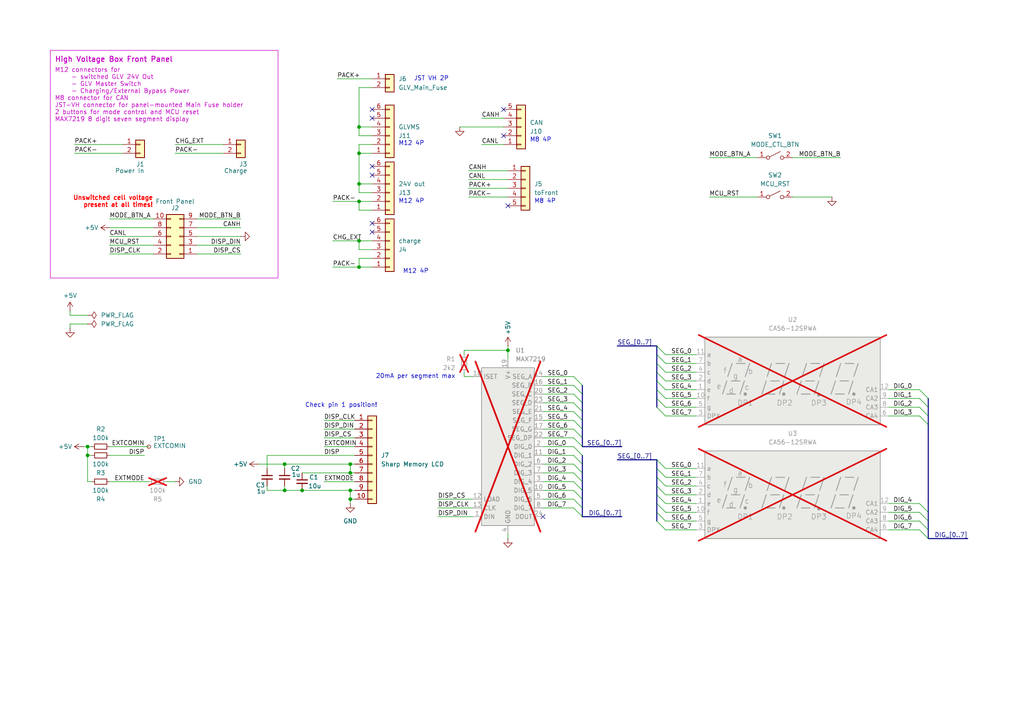
<source format=kicad_sch>
(kicad_sch (version 20231120) (generator "eeschema") (generator_version "8.0")
  (paper "A4")
  (lib_symbols
    (symbol "Connector:TestPoint_Small" (pin_numbers hide) (pin_names (offset 0.762) hide)
      (property "Reference" "TP" (at 0 3.81 0))
      (property "Value" "TestPoint_Small" (at 0 2.032 0))
      (symbol "TestPoint_Small_0_1"
        (circle (center 0 0) (radius 0.508))
      )
      (symbol "TestPoint_Small_1_1"
        (pin passive line (at 0 0 90) (length 0) (name "1") (number "1"))
      )
    )
    (symbol "Connector_Generic:Conn_01x02" (pin_names (offset 1.016) hide)
      (property "Reference" "J" (at 0 2.54 0))
      (property "Value" "Conn_01x02" (at 0 -5.08 0))
      (symbol "Conn_01x02_1_1"
        (rectangle (start -1.27 -2.413) (end 0 -2.667) (stroke (width 0.1524)))
        (rectangle (start -1.27 0.127) (end 0 -0.127) (stroke (width 0.1524)))
        (rectangle (start -1.27 1.27) (end 1.27 -3.81) (stroke (width 0.254)) (fill (type background)))
        (pin passive line (at -5.08 0 0) (length 3.81) (name "Pin_1") (number "1"))
        (pin passive line (at -5.08 -2.54 0) (length 3.81) (name "Pin_2") (number "2"))
      )
    )
    (symbol "Connector_Generic:Conn_01x05" (pin_names (offset 1.016) hide)
      (property "Reference" "J" (at 0 7.62 0))
      (property "Value" "Conn_01x05" (at 0 -7.62 0))
      (symbol "Conn_01x05_1_1"
        (rectangle (start -1.27 -4.953) (end 0 -5.207) (stroke (width 0.1524)))
        (rectangle (start -1.27 -2.413) (end 0 -2.667) (stroke (width 0.1524)))
        (rectangle (start -1.27 0.127) (end 0 -0.127) (stroke (width 0.1524)))
        (rectangle (start -1.27 2.667) (end 0 2.413) (stroke (width 0.1524)))
        (rectangle (start -1.27 5.207) (end 0 4.953) (stroke (width 0.1524)))
        (rectangle (start -1.27 6.35) (end 1.27 -6.35) (stroke (width 0.254)) (fill (type background)))
        (pin passive line (at -5.08 5.08 0) (length 3.81) (name "Pin_1") (number "1"))
        (pin passive line (at -5.08 2.54 0) (length 3.81) (name "Pin_2") (number "2"))
        (pin passive line (at -5.08 0 0) (length 3.81) (name "Pin_3") (number "3"))
        (pin passive line (at -5.08 -2.54 0) (length 3.81) (name "Pin_4") (number "4"))
        (pin passive line (at -5.08 -5.08 0) (length 3.81) (name "Pin_5") (number "5"))
      )
    )
    (symbol "Connector_Generic:Conn_01x10" (pin_names (offset 1.016) hide)
      (property "Reference" "J" (at 0 12.7 0))
      (property "Value" "Conn_01x10" (at 0 -15.24 0))
      (symbol "Conn_01x10_1_1"
        (rectangle (start -1.27 -12.573) (end 0 -12.827) (stroke (width 0.1524)))
        (rectangle (start -1.27 -10.033) (end 0 -10.287) (stroke (width 0.1524)))
        (rectangle (start -1.27 -7.493) (end 0 -7.747) (stroke (width 0.1524)))
        (rectangle (start -1.27 -4.953) (end 0 -5.207) (stroke (width 0.1524)))
        (rectangle (start -1.27 -2.413) (end 0 -2.667) (stroke (width 0.1524)))
        (rectangle (start -1.27 0.127) (end 0 -0.127) (stroke (width 0.1524)))
        (rectangle (start -1.27 2.667) (end 0 2.413) (stroke (width 0.1524)))
        (rectangle (start -1.27 5.207) (end 0 4.953) (stroke (width 0.1524)))
        (rectangle (start -1.27 7.747) (end 0 7.493) (stroke (width 0.1524)))
        (rectangle (start -1.27 10.287) (end 0 10.033) (stroke (width 0.1524)))
        (rectangle (start -1.27 11.43) (end 1.27 -13.97) (stroke (width 0.254)) (fill (type background)))
        (pin passive line (at -5.08 10.16 0) (length 3.81) (name "Pin_1") (number "1"))
        (pin passive line (at -5.08 -12.7 0) (length 3.81) (name "Pin_10") (number "10"))
        (pin passive line (at -5.08 7.62 0) (length 3.81) (name "Pin_2") (number "2"))
        (pin passive line (at -5.08 5.08 0) (length 3.81) (name "Pin_3") (number "3"))
        (pin passive line (at -5.08 2.54 0) (length 3.81) (name "Pin_4") (number "4"))
        (pin passive line (at -5.08 0 0) (length 3.81) (name "Pin_5") (number "5"))
        (pin passive line (at -5.08 -2.54 0) (length 3.81) (name "Pin_6") (number "6"))
        (pin passive line (at -5.08 -5.08 0) (length 3.81) (name "Pin_7") (number "7"))
        (pin passive line (at -5.08 -7.62 0) (length 3.81) (name "Pin_8") (number "8"))
        (pin passive line (at -5.08 -10.16 0) (length 3.81) (name "Pin_9") (number "9"))
      )
    )
    (symbol "Connector_Generic:Conn_02x05_Odd_Even" (pin_names (offset 1.016) hide)
      (property "Reference" "J" (at 1.27 7.62 0))
      (property "Value" "Conn_02x05_Odd_Even" (at 1.27 -7.62 0))
      (symbol "Conn_02x05_Odd_Even_1_1"
        (rectangle (start -1.27 -4.953) (end 0 -5.207) (stroke (width 0.1524)))
        (rectangle (start -1.27 -2.413) (end 0 -2.667) (stroke (width 0.1524)))
        (rectangle (start -1.27 0.127) (end 0 -0.127) (stroke (width 0.1524)))
        (rectangle (start -1.27 2.667) (end 0 2.413) (stroke (width 0.1524)))
        (rectangle (start -1.27 5.207) (end 0 4.953) (stroke (width 0.1524)))
        (rectangle (start -1.27 6.35) (end 3.81 -6.35) (stroke (width 0.254)) (fill (type background)))
        (rectangle (start 3.81 -4.953) (end 2.54 -5.207) (stroke (width 0.1524)))
        (rectangle (start 3.81 -2.413) (end 2.54 -2.667) (stroke (width 0.1524)))
        (rectangle (start 3.81 0.127) (end 2.54 -0.127) (stroke (width 0.1524)))
        (rectangle (start 3.81 2.667) (end 2.54 2.413) (stroke (width 0.1524)))
        (rectangle (start 3.81 5.207) (end 2.54 4.953) (stroke (width 0.1524)))
        (pin passive line (at -5.08 5.08 0) (length 3.81) (name "Pin_1") (number "1"))
        (pin passive line (at 7.62 -5.08 180) (length 3.81) (name "Pin_10") (number "10"))
        (pin passive line (at 7.62 5.08 180) (length 3.81) (name "Pin_2") (number "2"))
        (pin passive line (at -5.08 2.54 0) (length 3.81) (name "Pin_3") (number "3"))
        (pin passive line (at 7.62 2.54 180) (length 3.81) (name "Pin_4") (number "4"))
        (pin passive line (at -5.08 0 0) (length 3.81) (name "Pin_5") (number "5"))
        (pin passive line (at 7.62 0 180) (length 3.81) (name "Pin_6") (number "6"))
        (pin passive line (at -5.08 -2.54 0) (length 3.81) (name "Pin_7") (number "7"))
        (pin passive line (at 7.62 -2.54 180) (length 3.81) (name "Pin_8") (number "8"))
        (pin passive line (at -5.08 -5.08 0) (length 3.81) (name "Pin_9") (number "9"))
      )
    )
    (symbol "Device:C_Small" (pin_numbers hide) (pin_names (offset 0.254) hide)
      (property "Reference" "C" (at 0.254 1.778 0))
      (property "Value" "C_Small" (at 0.254 -2.032 0))
      (symbol "C_Small_0_1"
        (polyline (pts (xy -1.524 -0.508) (xy 1.524 -0.508)) (stroke (width 0.3302)))
        (polyline (pts (xy -1.524 0.508) (xy 1.524 0.508)) (stroke (width 0.3048)))
      )
      (symbol "C_Small_1_1"
        (pin passive line (at 0 2.54 270) (length 2.032) (name "~") (number "1"))
        (pin passive line (at 0 -2.54 90) (length 2.032) (name "~") (number "2"))
      )
    )
    (symbol "Device:R_Small" (pin_numbers hide) (pin_names (offset 0.254) hide)
      (property "Reference" "R" (at 0.762 0.508 0))
      (property "Value" "R_Small" (at 0.762 -1.016 0))
      (symbol "R_Small_0_1"
        (rectangle (start -0.762 1.778) (end 0.762 -1.778) (stroke (width 0.2032)))
      )
      (symbol "R_Small_1_1"
        (pin passive line (at 0 2.54 270) (length 0.762) (name "~") (number "1"))
        (pin passive line (at 0 -2.54 90) (length 0.762) (name "~") (number "2"))
      )
    )
    (symbol "Display_Character:CA56-12SRWA"
      (property "Reference" "U" (at -24.13 13.97 0))
      (property "Value" "CA56-12SRWA" (at 17.78 13.97 0))
      (symbol "CA56-12SRWA_0_0"
        (rectangle (start -25.4 12.7) (end 25.4 -12.7) (stroke (width 0.254)) (fill (type background)))
        (polyline (pts (xy -20.32 -3.81) (xy -19.05 0)) (stroke (width 0.254)))
        (polyline (pts (xy -19.05 -3.81) (xy -16.51 -3.81)) (stroke (width 0.254)))
        (polyline (pts (xy -18.796 1.27) (xy -17.526 5.08)) (stroke (width 0.254)))
        (polyline (pts (xy -17.78 0) (xy -15.24 0)) (stroke (width 0.254)))
        (polyline (pts (xy -16.256 5.08) (xy -13.716 5.08)) (stroke (width 0.254)))
        (polyline (pts (xy -15.24 -3.81) (xy -13.97 0)) (stroke (width 0.254)))
        (polyline (pts (xy -13.716 1.27) (xy -12.446 5.08)) (stroke (width 0.254)))
        (polyline (pts (xy -8.89 -3.81) (xy -7.62 0)) (stroke (width 0.254)))
        (polyline (pts (xy -7.62 -3.81) (xy -5.08 -3.81)) (stroke (width 0.254)))
        (polyline (pts (xy -7.366 1.27) (xy -6.096 5.08)) (stroke (width 0.254)))
        (polyline (pts (xy -6.35 0) (xy -3.81 0)) (stroke (width 0.254)))
        (polyline (pts (xy -4.826 5.08) (xy -2.286 5.08)) (stroke (width 0.254)))
        (polyline (pts (xy -3.81 -3.81) (xy -2.54 0)) (stroke (width 0.254)))
        (polyline (pts (xy -2.286 1.27) (xy -1.016 5.08)) (stroke (width 0.254)))
        (polyline (pts (xy 1.27 -3.81) (xy 2.54 0)) (stroke (width 0.254)))
        (polyline (pts (xy 2.54 -3.81) (xy 5.08 -3.81)) (stroke (width 0.254)))
        (polyline (pts (xy 2.794 1.27) (xy 4.064 5.08)) (stroke (width 0.254)))
        (polyline (pts (xy 3.81 0) (xy 6.35 0)) (stroke (width 0.254)))
        (polyline (pts (xy 5.334 5.08) (xy 7.874 5.08)) (stroke (width 0.254)))
        (polyline (pts (xy 6.35 -3.81) (xy 7.62 0)) (stroke (width 0.254)))
        (polyline (pts (xy 7.874 1.27) (xy 9.144 5.08)) (stroke (width 0.254)))
        (polyline (pts (xy 11.176 -3.81) (xy 12.446 0)) (stroke (width 0.254)))
        (polyline (pts (xy 12.446 -3.81) (xy 14.986 -3.81)) (stroke (width 0.254)))
        (polyline (pts (xy 12.7 1.27) (xy 13.97 5.08)) (stroke (width 0.254)))
        (polyline (pts (xy 13.716 0) (xy 16.256 0)) (stroke (width 0.254)))
        (polyline (pts (xy 15.24 5.08) (xy 17.78 5.08)) (stroke (width 0.254)))
        (polyline (pts (xy 16.256 -3.81) (xy 17.526 0)) (stroke (width 0.254)))
        (polyline (pts (xy 17.78 1.27) (xy 19.05 5.08)) (stroke (width 0.254)))
        (text "a" (at -15.24 6.35 0) (effects (font (size 1.524 1.524))))
        (text "b" (at -12.192 2.794 0) (effects (font (size 1.524 1.524))))
        (text "c" (at -13.208 -1.778 0) (effects (font (size 1.524 1.524))))
        (text "d" (at -17.78 -2.794 0) (effects (font (size 1.524 1.524))))
        (text "DP1" (at -13.716 -6.35 0) (effects (font (size 1.524 1.524))))
        (text "DP2" (at -2.286 -6.35 0) (effects (font (size 1.524 1.524))))
        (text "DP3" (at 7.62 -6.35 0) (effects (font (size 1.524 1.524))))
        (text "DP4" (at 17.78 -6.096 0) (effects (font (size 1.524 1.524))))
        (text "e" (at -21.336 -1.524 0) (effects (font (size 1.524 1.524))))
        (text "f" (at -19.558 3.048 0) (effects (font (size 1.524 1.524))))
        (text "g" (at -16.51 1.524 0) (effects (font (size 1.524 1.524))))
      )
      (symbol "CA56-12SRWA_0_1"
        (circle (center -13.716 -3.81) (radius 0.3556) (stroke (width 0.254)) (fill (type outline)))
        (circle (center -2.54 -3.81) (radius 0.3556) (stroke (width 0.254)) (fill (type outline)))
      )
      (symbol "CA56-12SRWA_1_0"
        (circle (center 7.62 -4.064) (radius 0.3556) (stroke (width 0.254)) (fill (type outline)))
        (circle (center 17.78 -3.81) (radius 0.3556) (stroke (width 0.254)) (fill (type outline)))
      )
      (symbol "CA56-12SRWA_1_1"
        (pin input line (at -27.94 -2.54 0) (length 2.54) (name "e") (number "1"))
        (pin input line (at -27.94 -5.08 0) (length 2.54) (name "f") (number "10"))
        (pin input line (at -27.94 7.62 0) (length 2.54) (name "a") (number "11"))
        (pin input line (at 27.94 -2.54 180) (length 2.54) (name "CA1") (number "12"))
        (pin input line (at -27.94 0 0) (length 2.54) (name "d") (number "2"))
        (pin input line (at -27.94 -10.16 0) (length 2.54) (name "DPX") (number "3"))
        (pin input line (at -27.94 2.54 0) (length 2.54) (name "c") (number "4"))
        (pin input line (at -27.94 -7.62 0) (length 2.54) (name "g") (number "5"))
        (pin input line (at 27.94 -10.16 180) (length 2.54) (name "CA4") (number "6"))
        (pin input line (at -27.94 5.08 0) (length 2.54) (name "b") (number "7"))
        (pin input line (at 27.94 -7.62 180) (length 2.54) (name "CA3") (number "8"))
        (pin input line (at 27.94 -5.08 180) (length 2.54) (name "CA2") (number "9"))
      )
    )
    (symbol "Driver_LED:MAX7219"
      (property "Reference" "U" (at -6.35 24.13 0))
      (property "Value" "MAX7219" (at 1.27 25.4 0))
      (symbol "MAX7219_0_1"
        (rectangle (start -7.62 22.86) (end 7.62 -22.86) (stroke (width 0.254)) (fill (type background)))
      )
      (symbol "MAX7219_1_1"
        (pin input line (at -10.16 -20.32 0) (length 2.54) (name "DIN") (number "1"))
        (pin output line (at 10.16 -12.7 180) (length 2.54) (name "DIG_5") (number "10"))
        (pin output line (at 10.16 -2.54 180) (length 2.54) (name "DIG_1") (number "11"))
        (pin input line (at -10.16 -15.24 0) (length 2.54) (name "LOAD") (number "12"))
        (pin input line (at -10.16 -17.78 0) (length 2.54) (name "CLK") (number "13"))
        (pin output line (at 10.16 20.32 180) (length 2.54) (name "SEG_A") (number "14"))
        (pin output line (at 10.16 7.62 180) (length 2.54) (name "SEG_F") (number "15"))
        (pin output line (at 10.16 17.78 180) (length 2.54) (name "SEG_B") (number "16"))
        (pin output line (at 10.16 5.08 180) (length 2.54) (name "SEG_G") (number "17"))
        (pin input line (at -10.16 20.32 0) (length 2.54) (name "ISET") (number "18"))
        (pin power_in line (at 0 25.4 270) (length 2.54) (name "V+") (number "19"))
        (pin output line (at 10.16 0 180) (length 2.54) (name "DIG_0") (number "2"))
        (pin output line (at 10.16 15.24 180) (length 2.54) (name "SEG_C") (number "20"))
        (pin output line (at 10.16 10.16 180) (length 2.54) (name "SEG_E") (number "21"))
        (pin output line (at 10.16 2.54 180) (length 2.54) (name "SEG_DP") (number "22"))
        (pin output line (at 10.16 12.7 180) (length 2.54) (name "SEG_D") (number "23"))
        (pin output line (at 10.16 -20.32 180) (length 2.54) (name "DOUT") (number "24"))
        (pin output line (at 10.16 -10.16 180) (length 2.54) (name "DIG_4") (number "3"))
        (pin power_in line (at 0 -25.4 90) (length 2.54) (name "GND") (number "4"))
        (pin output line (at 10.16 -15.24 180) (length 2.54) (name "DIG_6") (number "5"))
        (pin output line (at 10.16 -5.08 180) (length 2.54) (name "DIG_2") (number "6"))
        (pin output line (at 10.16 -7.62 180) (length 2.54) (name "DIG_3") (number "7"))
        (pin output line (at 10.16 -17.78 180) (length 2.54) (name "DIG_7") (number "8"))
        (pin passive line (at 0 -25.4 90) (length 2.54) hide (name "GND") (number "9"))
      )
    )
    (symbol "GND_1" (power) (pin_numbers hide) (pin_names (offset 0) hide)
      (property "Value" "GND" (at 0 -3.81 0))
      (symbol "GND_1_0_1"
        (polyline (pts (xy 0 0) (xy 0 -1.27) (xy 1.27 -1.27) (xy 0 -2.54) (xy -1.27 -1.27) (xy 0 -1.27)))
      )
      (symbol "GND_1_1_1"
        (pin power_in line (at 0 0 270) (length 0) (name "~") (number "1"))
      )
    )
    (symbol "PCM_4ms_Connector:Conn_01x06" (pin_names (offset 1.016) hide)
      (property "Reference" "J" (at 0 7.62 0))
      (property "Value" "Conn_01x06" (at 0 -10.16 0))
      (symbol "Conn_01x06_1_1"
        (rectangle (start -1.27 -7.493) (end 0 -7.747) (stroke (width 0.1524)))
        (rectangle (start -1.27 -4.953) (end 0 -5.207) (stroke (width 0.1524)))
        (rectangle (start -1.27 -2.413) (end 0 -2.667) (stroke (width 0.1524)))
        (rectangle (start -1.27 0.127) (end 0 -0.127) (stroke (width 0.1524)))
        (rectangle (start -1.27 2.667) (end 0 2.413) (stroke (width 0.1524)))
        (rectangle (start -1.27 5.207) (end 0 4.953) (stroke (width 0.1524)))
        (rectangle (start -1.27 6.35) (end 1.27 -8.89) (stroke (width 0.254)) (fill (type background)))
        (pin passive line (at -5.08 5.08 0) (length 3.81) (name "Pin_1") (number "1"))
        (pin passive line (at -5.08 2.54 0) (length 3.81) (name "Pin_2") (number "2"))
        (pin passive line (at -5.08 0 0) (length 3.81) (name "Pin_3") (number "3"))
        (pin passive line (at -5.08 -2.54 0) (length 3.81) (name "Pin_4") (number "4"))
        (pin passive line (at -5.08 -5.08 0) (length 3.81) (name "Pin_5") (number "5"))
        (pin passive line (at -5.08 -7.62 0) (length 3.81) (name "Pin_6") (number "6"))
      )
    )
    (symbol "Switch:SW_SPST" (pin_names (offset 0) hide)
      (property "Reference" "SW" (at 0 3.175 0))
      (property "Value" "SW_SPST" (at 0 -2.54 0))
      (symbol "SW_SPST_0_0"
        (circle (center -2.032 0) (radius 0.508))
        (polyline (pts (xy -1.524 0.254) (xy 1.524 1.778)))
        (circle (center 2.032 0) (radius 0.508))
      )
      (symbol "SW_SPST_1_1"
        (pin passive line (at -5.08 0 0) (length 2.54) (name "A") (number "1"))
        (pin passive line (at 5.08 0 180) (length 2.54) (name "B") (number "2"))
      )
    )
    (symbol "power:+3V3" (power) (pin_numbers hide) (pin_names (offset 0) hide)
      (property "Value" "+3V3" (at 0 3.556 0))
      (symbol "+3V3_0_1"
        (polyline (pts (xy -0.762 1.27) (xy 0 2.54)))
        (polyline (pts (xy 0 0) (xy 0 2.54)))
        (polyline (pts (xy 0 2.54) (xy 0.762 1.27)))
      )
      (symbol "+3V3_1_1"
        (pin power_in line (at 0 0 90) (length 0) (name "~") (number "1"))
      )
    )
    (symbol "power:GND" (power) (pin_numbers hide) (pin_names (offset 0) hide)
      (property "Value" "GND" (at 0 -3.81 0))
      (symbol "GND_0_1"
        (polyline (pts (xy 0 0) (xy 0 -1.27) (xy 1.27 -1.27) (xy 0 -2.54) (xy -1.27 -1.27) (xy 0 -1.27)))
      )
      (symbol "GND_1_1"
        (pin power_in line (at 0 0 270) (length 0) (name "~") (number "1"))
      )
    )
    (symbol "power:PWR_FLAG" (power) (pin_numbers hide) (pin_names (offset 0) hide)
      (property "Value" "PWR_FLAG" (at 0 3.81 0))
      (symbol "PWR_FLAG_0_0"
        (pin power_out line (at 0 0 90) (length 0) (name "~") (number "1"))
      )
      (symbol "PWR_FLAG_0_1"
        (polyline (pts (xy 0 0) (xy 0 1.27) (xy -1.016 1.905) (xy 0 2.54) (xy 1.016 1.905) (xy 0 1.27)))
      )
    )
  )
  (junction (at 82.55 134.62))
  (junction (at 25.4 132.08))
  (junction (at 104.14 69.85))
  (junction (at 104.14 36.83))
  (junction (at 101.6 142.24))
  (junction (at 25.4 129.54))
  (junction (at 101.6 137.16))
  (junction (at 104.14 44.45))
  (junction (at 101.6 134.62))
  (junction (at 104.14 77.47))
  (junction (at 82.55 142.24))
  (junction (at 87.63 142.24))
  (junction (at 104.14 53.34))
  (junction (at 104.14 58.42))
  (junction (at 101.6 144.78))
  (junction (at 147.32 101.6))
  (no_connect (at 107.95 31.75))
  (no_connect (at 157.48 149.86))
  (no_connect (at 107.95 64.77))
  (no_connect (at 147.32 59.69))
  (no_connect (at 107.95 34.29))
  (no_connect (at 146.05 39.37))
  (no_connect (at 107.95 67.31))
  (no_connect (at 107.95 50.8))
  (no_connect (at 146.05 31.75))
  (no_connect (at 107.95 48.26))
  (bus_entry (at 166.37 132.08) (size 2.54 2.54))
  (bus_entry (at 190.5 113.03) (size 2.54 2.54))
  (bus_entry (at 190.5 146.05) (size 2.54 2.54))
  (bus_entry (at 266.7 113.03) (size 2.54 2.54))
  (bus_entry (at 266.7 151.13) (size 2.54 2.54))
  (bus_entry (at 190.5 100.33) (size 2.54 2.54))
  (bus_entry (at 266.7 153.67) (size 2.54 2.54))
  (bus_entry (at 166.37 111.76) (size 2.54 2.54))
  (bus_entry (at 190.5 135.89) (size 2.54 2.54))
  (bus_entry (at 166.37 129.54) (size 2.54 2.54))
  (bus_entry (at 266.7 148.59) (size 2.54 2.54))
  (bus_entry (at 266.7 115.57) (size 2.54 2.54))
  (bus_entry (at 166.37 147.32) (size 2.54 2.54))
  (bus_entry (at 166.37 134.62) (size 2.54 2.54))
  (bus_entry (at 190.5 115.57) (size 2.54 2.54))
  (bus_entry (at 166.37 144.78) (size 2.54 2.54))
  (bus_entry (at 166.37 142.24) (size 2.54 2.54))
  (bus_entry (at 266.7 118.11) (size 2.54 2.54))
  (bus_entry (at 166.37 137.16) (size 2.54 2.54))
  (bus_entry (at 166.37 121.92) (size 2.54 2.54))
  (bus_entry (at 166.37 124.46) (size 2.54 2.54))
  (bus_entry (at 190.5 102.87) (size 2.54 2.54))
  (bus_entry (at 190.5 148.59) (size 2.54 2.54))
  (bus_entry (at 166.37 109.22) (size 2.54 2.54))
  (bus_entry (at 166.37 127) (size 2.54 2.54))
  (bus_entry (at 190.5 138.43) (size 2.54 2.54))
  (bus_entry (at 190.5 105.41) (size 2.54 2.54))
  (bus_entry (at 166.37 116.84) (size 2.54 2.54))
  (bus_entry (at 190.5 133.35) (size 2.54 2.54))
  (bus_entry (at 190.5 143.51) (size 2.54 2.54))
  (bus_entry (at 190.5 140.97) (size 2.54 2.54))
  (bus_entry (at 166.37 119.38) (size 2.54 2.54))
  (bus_entry (at 266.7 146.05) (size 2.54 2.54))
  (bus_entry (at 166.37 114.3) (size 2.54 2.54))
  (bus_entry (at 190.5 110.49) (size 2.54 2.54))
  (bus_entry (at 266.7 120.65) (size 2.54 2.54))
  (bus_entry (at 190.5 118.11) (size 2.54 2.54))
  (bus_entry (at 190.5 151.13) (size 2.54 2.54))
  (bus_entry (at 190.5 107.95) (size 2.54 2.54))
  (bus_entry (at 166.37 139.7) (size 2.54 2.54))
  (wire (pts (xy 104.14 55.88) (xy 107.95 55.88)))
  (wire (pts (xy 201.93 113.03) (xy 193.04 113.03)))
  (wire (pts (xy 25.4 91.44) (xy 20.32 91.44)))
  (wire (pts (xy 127 144.78) (xy 137.16 144.78)))
  (wire (pts (xy 87.63 137.16) (xy 101.6 137.16)))
  (bus (pts (xy 269.24 120.65) (xy 269.24 123.19)))
  (wire (pts (xy 201.93 110.49) (xy 193.04 110.49)))
  (wire (pts (xy 104.14 60.96) (xy 104.14 58.42)))
  (bus (pts (xy 190.5 146.05) (xy 190.5 148.59)))
  (wire (pts (xy 157.48 142.24) (xy 166.37 142.24)))
  (wire (pts (xy 21.59 44.45) (xy 35.56 44.45)))
  (wire (pts (xy 157.48 114.3) (xy 166.37 114.3)))
  (wire (pts (xy 135.89 52.07) (xy 147.32 52.07)))
  (wire (pts (xy 157.48 124.46) (xy 166.37 124.46)))
  (wire (pts (xy 25.4 132.08) (xy 25.4 139.7)))
  (wire (pts (xy 107.95 60.96) (xy 104.14 60.96)))
  (bus (pts (xy 190.5 115.57) (xy 190.5 118.11)))
  (wire (pts (xy 134.62 107.95) (xy 134.62 109.22)))
  (wire (pts (xy 104.14 39.37) (xy 107.95 39.37)))
  (bus (pts (xy 168.91 114.3) (xy 168.91 116.84)))
  (wire (pts (xy 135.89 49.53) (xy 147.32 49.53)))
  (wire (pts (xy 229.87 57.15) (xy 241.3 57.15)))
  (wire (pts (xy 93.98 124.46) (xy 102.87 124.46)))
  (bus (pts (xy 269.24 156.21) (xy 280.67 156.21)))
  (wire (pts (xy 157.48 144.78) (xy 166.37 144.78)))
  (wire (pts (xy 31.75 132.08) (xy 41.91 132.08)))
  (wire (pts (xy 104.14 36.83) (xy 104.14 39.37)))
  (wire (pts (xy 201.93 105.41) (xy 193.04 105.41)))
  (wire (pts (xy 77.47 135.89) (xy 77.47 132.08)))
  (wire (pts (xy 107.95 41.91) (xy 104.14 41.91)))
  (wire (pts (xy 93.98 129.54) (xy 102.87 129.54)))
  (wire (pts (xy 107.95 72.39) (xy 104.14 72.39)))
  (bus (pts (xy 190.5 113.03) (xy 190.5 115.57)))
  (wire (pts (xy 135.89 57.15) (xy 147.32 57.15)))
  (wire (pts (xy 77.47 132.08) (xy 102.87 132.08)))
  (wire (pts (xy 31.75 66.04) (xy 44.45 66.04)))
  (wire (pts (xy 104.14 41.91) (xy 104.14 44.45)))
  (wire (pts (xy 104.14 74.93) (xy 104.14 77.47)))
  (bus (pts (xy 269.24 115.57) (xy 269.24 118.11)))
  (wire (pts (xy 31.75 139.7) (xy 43.18 139.7)))
  (wire (pts (xy 201.93 102.87) (xy 193.04 102.87)))
  (wire (pts (xy 25.4 129.54) (xy 25.4 132.08)))
  (bus (pts (xy 168.91 111.76) (xy 168.91 114.3)))
  (wire (pts (xy 104.14 53.34) (xy 107.95 53.34)))
  (wire (pts (xy 147.32 100.33) (xy 147.32 101.6)))
  (bus (pts (xy 168.91 144.78) (xy 168.91 147.32)))
  (bus (pts (xy 168.91 142.24) (xy 168.91 144.78)))
  (wire (pts (xy 201.93 138.43) (xy 193.04 138.43)))
  (wire (pts (xy 157.48 116.84) (xy 166.37 116.84)))
  (wire (pts (xy 20.32 93.98) (xy 20.32 95.25)))
  (wire (pts (xy 101.6 142.24) (xy 102.87 142.24)))
  (bus (pts (xy 190.5 138.43) (xy 190.5 140.97)))
  (bus (pts (xy 190.5 133.35) (xy 190.5 135.89)))
  (wire (pts (xy 77.47 142.24) (xy 82.55 142.24)))
  (bus (pts (xy 190.5 140.97) (xy 190.5 143.51)))
  (wire (pts (xy 266.7 153.67) (xy 257.81 153.67)))
  (bus (pts (xy 168.91 116.84) (xy 168.91 119.38)))
  (wire (pts (xy 82.55 140.97) (xy 82.55 142.24)))
  (wire (pts (xy 157.48 111.76) (xy 166.37 111.76)))
  (wire (pts (xy 157.48 129.54) (xy 166.37 129.54)))
  (wire (pts (xy 31.75 129.54) (xy 43.18 129.54)))
  (wire (pts (xy 50.8 41.91) (xy 64.77 41.91)))
  (bus (pts (xy 190.5 100.33) (xy 190.5 102.87)))
  (wire (pts (xy 93.98 121.92) (xy 102.87 121.92)))
  (bus (pts (xy 269.24 148.59) (xy 269.24 151.13)))
  (wire (pts (xy 157.48 139.7) (xy 166.37 139.7)))
  (wire (pts (xy 139.7 41.91) (xy 146.05 41.91)))
  (bus (pts (xy 190.5 107.95) (xy 190.5 110.49)))
  (wire (pts (xy 96.52 77.47) (xy 104.14 77.47)))
  (wire (pts (xy 157.48 132.08) (xy 166.37 132.08)))
  (wire (pts (xy 104.14 44.45) (xy 104.14 53.34)))
  (wire (pts (xy 257.81 120.65) (xy 266.7 120.65)))
  (wire (pts (xy 134.62 101.6) (xy 147.32 101.6)))
  (wire (pts (xy 104.14 36.83) (xy 107.95 36.83)))
  (wire (pts (xy 201.93 107.95) (xy 193.04 107.95)))
  (bus (pts (xy 190.5 148.59) (xy 190.5 151.13)))
  (bus (pts (xy 190.5 135.89) (xy 190.5 138.43)))
  (wire (pts (xy 157.48 121.92) (xy 166.37 121.92)))
  (wire (pts (xy 104.14 72.39) (xy 104.14 69.85)))
  (wire (pts (xy 229.87 45.72) (xy 243.84 45.72)))
  (wire (pts (xy 201.93 148.59) (xy 193.04 148.59)))
  (wire (pts (xy 157.48 119.38) (xy 166.37 119.38)))
  (wire (pts (xy 257.81 151.13) (xy 266.7 151.13)))
  (wire (pts (xy 48.26 139.7) (xy 50.8 139.7)))
  (wire (pts (xy 21.59 41.91) (xy 35.56 41.91)))
  (wire (pts (xy 104.14 55.88) (xy 104.14 53.34)))
  (wire (pts (xy 69.85 71.12) (xy 57.15 71.12)))
  (wire (pts (xy 93.98 127) (xy 102.87 127)))
  (wire (pts (xy 157.48 109.22) (xy 166.37 109.22)))
  (wire (pts (xy 101.6 146.05) (xy 101.6 144.78)))
  (bus (pts (xy 269.24 118.11) (xy 269.24 120.65)))
  (bus (pts (xy 269.24 123.19) (xy 269.24 148.59)))
  (wire (pts (xy 257.81 148.59) (xy 266.7 148.59)))
  (bus (pts (xy 168.91 147.32) (xy 168.91 149.86)))
  (bus (pts (xy 190.5 105.41) (xy 190.5 107.95)))
  (wire (pts (xy 157.48 147.32) (xy 166.37 147.32)))
  (wire (pts (xy 134.62 102.87) (xy 134.62 101.6)))
  (wire (pts (xy 69.85 68.58) (xy 57.15 68.58)))
  (wire (pts (xy 133.35 36.83) (xy 146.05 36.83)))
  (wire (pts (xy 87.63 142.24) (xy 101.6 142.24)))
  (wire (pts (xy 201.93 146.05) (xy 193.04 146.05)))
  (wire (pts (xy 82.55 142.24) (xy 87.63 142.24)))
  (wire (pts (xy 25.4 129.54) (xy 26.67 129.54)))
  (wire (pts (xy 139.7 34.29) (xy 146.05 34.29)))
  (wire (pts (xy 157.48 134.62) (xy 166.37 134.62)))
  (wire (pts (xy 135.89 54.61) (xy 147.32 54.61)))
  (wire (pts (xy 101.6 137.16) (xy 102.87 137.16)))
  (wire (pts (xy 147.32 154.94) (xy 147.32 156.21)))
  (wire (pts (xy 97.79 22.86) (xy 107.95 22.86)))
  (wire (pts (xy 201.93 135.89) (xy 193.04 135.89)))
  (wire (pts (xy 127 147.32) (xy 137.16 147.32)))
  (bus (pts (xy 168.91 137.16) (xy 168.91 139.7)))
  (wire (pts (xy 20.32 91.44) (xy 20.32 90.17)))
  (bus (pts (xy 179.07 100.33) (xy 190.5 100.33)))
  (bus (pts (xy 179.07 133.35) (xy 190.5 133.35)))
  (wire (pts (xy 157.48 137.16) (xy 166.37 137.16)))
  (wire (pts (xy 104.14 77.47) (xy 107.95 77.47)))
  (wire (pts (xy 127 149.86) (xy 137.16 149.86)))
  (wire (pts (xy 107.95 25.4) (xy 104.14 25.4)))
  (wire (pts (xy 101.6 134.62) (xy 101.6 137.16)))
  (wire (pts (xy 257.81 115.57) (xy 266.7 115.57)))
  (wire (pts (xy 104.14 25.4) (xy 104.14 36.83)))
  (wire (pts (xy 104.14 58.42) (xy 107.95 58.42)))
  (bus (pts (xy 168.91 121.92) (xy 168.91 124.46)))
  (wire (pts (xy 107.95 74.93) (xy 104.14 74.93)))
  (wire (pts (xy 31.75 68.58) (xy 44.45 68.58)))
  (wire (pts (xy 201.93 143.51) (xy 193.04 143.51)))
  (wire (pts (xy 101.6 142.24) (xy 101.6 144.78)))
  (wire (pts (xy 93.98 139.7) (xy 102.87 139.7)))
  (bus (pts (xy 190.5 102.87) (xy 190.5 105.41)))
  (bus (pts (xy 168.91 119.38) (xy 168.91 121.92)))
  (wire (pts (xy 96.52 69.85) (xy 104.14 69.85)))
  (wire (pts (xy 134.62 109.22) (xy 137.16 109.22)))
  (wire (pts (xy 205.74 57.15) (xy 219.71 57.15)))
  (wire (pts (xy 201.93 118.11) (xy 193.04 118.11)))
  (wire (pts (xy 201.93 140.97) (xy 193.04 140.97)))
  (wire (pts (xy 201.93 153.67) (xy 193.04 153.67)))
  (wire (pts (xy 201.93 120.65) (xy 193.04 120.65)))
  (wire (pts (xy 82.55 134.62) (xy 82.55 135.89)))
  (wire (pts (xy 201.93 151.13) (xy 193.04 151.13)))
  (wire (pts (xy 50.8 44.45) (xy 64.77 44.45)))
  (bus (pts (xy 168.91 132.08) (xy 168.91 134.62)))
  (wire (pts (xy 69.85 66.04) (xy 57.15 66.04)))
  (wire (pts (xy 31.75 63.5) (xy 44.45 63.5)))
  (bus (pts (xy 190.5 110.49) (xy 190.5 113.03)))
  (bus (pts (xy 190.5 143.51) (xy 190.5 146.05)))
  (bus (pts (xy 168.91 127) (xy 168.91 129.54)))
  (wire (pts (xy 25.4 139.7) (xy 26.67 139.7)))
  (bus (pts (xy 168.91 134.62) (xy 168.91 137.16)))
  (wire (pts (xy 101.6 144.78) (xy 102.87 144.78)))
  (wire (pts (xy 31.75 71.12) (xy 44.45 71.12)))
  (bus (pts (xy 269.24 151.13) (xy 269.24 153.67)))
  (wire (pts (xy 104.14 69.85) (xy 107.95 69.85)))
  (wire (pts (xy 101.6 134.62) (xy 102.87 134.62)))
  (bus (pts (xy 168.91 139.7) (xy 168.91 142.24)))
  (wire (pts (xy 74.93 134.62) (xy 82.55 134.62)))
  (wire (pts (xy 257.81 113.03) (xy 266.7 113.03)))
  (wire (pts (xy 25.4 93.98) (xy 20.32 93.98)))
  (wire (pts (xy 257.81 118.11) (xy 266.7 118.11)))
  (bus (pts (xy 168.91 124.46) (xy 168.91 127)))
  (wire (pts (xy 257.81 146.05) (xy 266.7 146.05)))
  (wire (pts (xy 157.48 127) (xy 166.37 127)))
  (wire (pts (xy 69.85 63.5) (xy 57.15 63.5)))
  (wire (pts (xy 96.52 58.42) (xy 104.14 58.42)))
  (wire (pts (xy 77.47 140.97) (xy 77.47 142.24)))
  (bus (pts (xy 168.91 129.54) (xy 180.34 129.54)))
  (wire (pts (xy 82.55 134.62) (xy 101.6 134.62)))
  (wire (pts (xy 205.74 45.72) (xy 219.71 45.72)))
  (wire (pts (xy 107.95 44.45) (xy 104.14 44.45)))
  (bus (pts (xy 269.24 153.67) (xy 269.24 156.21)))
  (wire (pts (xy 201.93 115.57) (xy 193.04 115.57)))
  (wire (pts (xy 69.85 73.66) (xy 57.15 73.66)))
  (wire (pts (xy 24.13 129.54) (xy 25.4 129.54)))
  (wire (pts (xy 147.32 101.6) (xy 147.32 104.14)))
  (wire (pts (xy 26.67 132.08) (xy 25.4 132.08)))
  (bus (pts (xy 168.91 149.86) (xy 180.34 149.86)))
  (wire (pts (xy 31.75 73.66) (xy 44.45 73.66)))
  (rectangle (start 14.605 14.605) (end 80.645 80.645) (stroke (width 0) (color 194 0 194 1)))
  (text "JST VH 2P" (at 120.015 22.86 0) (effects (font (size 1.27 1.27)) (justify left)))
  (text "M8 4P" (at 154.94 58.42 0) (effects (font (size 1.27 1.27)) (justify left)))
  (text "M12 4P" (at 115.57 58.42 0) (effects (font (size 1.27 1.27)) (justify left)))
  (text "M8 4P" (at 153.67 40.64 0) (effects (font (size 1.27 1.27)) (justify left)))
  (text "20mA per segment max" (at 132.08 109.22 0) (effects (font (size 1.27 1.27)) (justify right)))
  (text "High Voltage Box Front Panel" (at 15.875 16.51 0) (effects (font (size 1.5 1.5) (thickness 0.254) (bold yes)) (justify left top)))
  (text "Unswitched cell voltage\npresent at all times!" (at 44.45 60.325 0) (effects (font (size 1.27 1.27) (thickness 0.254) (bold yes)) (justify right bottom)))
  (text "M12 4P" (at 115.57 41.656 0) (effects (font (size 1.27 1.27)) (justify left)))
  (text "M12 4P" (at 116.84 78.74 0) (effects (font (size 1.27 1.27)) (justify left)))
  (text "M12 connectors for \n	- switched GLV 24V Out\n	- GLV Master Switch\n	- Charging/External Bypass Power\nM8 connector for CAN\nJST-VH connector for panel-mounted Main Fuse holder\n2 buttons for mode control and MCU reset\nMAX7219 8 digit seven segment display" (at 15.875 19.685 0) (effects (font (size 1.27 1.27)) (justify left top)))
  (text "Check pin 1 position!" (at 109.474 117.602 0) (effects (font (size 1.27 1.27)) (justify right)))
  (label "SEG_3" (at 200.66 110.49 180))
  (label "SEG_7" (at 158.75 127 0))
  (label "DISP" (at 41.91 132.08 180))
  (label "PACK+" (at 97.79 22.86 0))
  (label "MODE_BTN_B" (at 243.84 45.72 180))
  (label "DIG_0" (at 259.08 113.03 0))
  (label "SEG_2" (at 200.66 140.97 180))
  (label "SEG_3" (at 158.75 116.84 0))
  (label "DISP_CS" (at 93.98 127 0))
  (label "CANH" (at 69.85 66.04 180))
  (label "DIG_0" (at 158.75 129.54 0))
  (label "CANH" (at 139.7 34.29 0))
  (label "DIG_[0..7]" (at 180.34 149.86 180))
  (label "CHG_EXT" (at 50.8 41.91 0))
  (label "DISP_DIN" (at 93.98 124.46 0))
  (label "SEG_6" (at 200.66 151.13 180))
  (label "MODE_BTN_A" (at 31.75 63.5 0))
  (label "DISP_CLK" (at 31.75 73.66 0))
  (label "PACK-" (at 96.52 58.42 0))
  (label "DISP_DIN" (at 127 149.86 0))
  (label "DISP_CLK" (at 93.98 121.92 0))
  (label "SEG_1" (at 200.66 105.41 180))
  (label "SEG_2" (at 200.66 107.95 180))
  (label "DIG_1" (at 158.75 132.08 0))
  (label "SEG_[0..7]" (at 180.34 129.54 180))
  (label "SEG_4" (at 200.66 146.05 180))
  (label "CANL" (at 31.75 68.58 0))
  (label "SEG_5" (at 158.75 121.92 0))
  (label "MODE_BTN_A" (at 205.74 45.72 0))
  (label "DIG_5" (at 259.08 148.59 0))
  (label "PACK-" (at 50.8 44.45 0))
  (label "SEG_7" (at 200.66 120.65 180))
  (label "DISP" (at 93.98 132.08 0))
  (label "EXTMODE" (at 93.98 139.7 0))
  (label "SEG_[0..7]" (at 179.07 100.33 0))
  (label "CHG_EXT" (at 96.52 69.85 0))
  (label "PACK+" (at 21.59 41.91 0))
  (label "SEG_4" (at 158.75 119.38 0))
  (label "SEG_1" (at 158.75 111.76 0))
  (label "SEG_1" (at 200.66 138.43 180))
  (label "SEG_6" (at 158.75 124.46 0))
  (label "SEG_6" (at 200.66 118.11 180))
  (label "EXTMODE" (at 41.91 139.7 180))
  (label "DISP_CS" (at 69.85 73.66 180))
  (label "DIG_3" (at 158.75 137.16 0))
  (label "SEG_3" (at 200.66 143.51 180))
  (label "PACK+" (at 135.89 54.61 0))
  (label "CANL" (at 135.89 52.07 0))
  (label "DIG_2" (at 158.75 134.62 0))
  (label "DIG_6" (at 158.75 144.78 0))
  (label "SEG_5" (at 200.66 115.57 180))
  (label "EXTCOMIN" (at 41.91 129.54 180))
  (label "PACK-" (at 96.52 77.47 0))
  (label "PACK-" (at 135.89 57.15 0))
  (label "DIG_4" (at 259.08 146.05 0))
  (label "CANH" (at 135.89 49.53 0))
  (label "DIG_[0..7]" (at 280.67 156.21 180))
  (label "SEG_0" (at 200.66 102.87 180))
  (label "DIG_7" (at 259.08 153.67 0))
  (label "DISP_CLK" (at 127 147.32 0))
  (label "MCU_RST" (at 31.75 71.12 0))
  (label "SEG_2" (at 158.75 114.3 0))
  (label "SEG_5" (at 200.66 148.59 180))
  (label "SEG_0" (at 158.75 109.22 0))
  (label "DIG_2" (at 259.08 118.11 0))
  (label "MCU_RST" (at 205.74 57.15 0))
  (label "MODE_BTN_B" (at 69.85 63.5 180))
  (label "DIG_1" (at 259.08 115.57 0))
  (label "DIG_3" (at 259.08 120.65 0))
  (label "SEG_7" (at 200.66 153.67 180))
  (label "CANL" (at 139.7 41.91 0))
  (label "PACK-" (at 21.59 44.45 0))
  (label "SEG_[0..7]" (at 179.07 133.35 0))
  (label "DIG_4" (at 158.75 139.7 0))
  (label "SEG_0" (at 200.66 135.89 180))
  (label "DIG_6" (at 259.08 151.13 0))
  (label "DIG_5" (at 158.75 142.24 0))
  (label "DIG_7" (at 158.75 147.32 0))
  (label "SEG_4" (at 200.66 113.03 180))
  (label "DISP_CS" (at 127 144.78 0))
  (label "EXTCOMIN" (at 93.98 129.54 0))
  (label "DISP_DIN" (at 69.85 71.12 180))
  (symbol (lib_name "GND_1") (lib_id "power:GND") (at 69.85 68.58 90) (mirror x) (unit 1)
    (property "Reference" "#PWR02" (effects (hide yes)))
    (property "Value" "GND" (effects (hide yes)))
    (property "Description" "Power symbol creates a global label with name \"GND\" , ground" (effects (hide yes)))
  )
  (symbol (lib_id "power:+3V3") (at 20.32 90.17 0) (mirror y) (unit 1)
    (property "Reference" "#PWR07" (effects (hide yes)))
    (property "Value" "+5V" (at 20.32 85.725 0))
    (property "Description" "Power symbol creates a global label with name \"+3V3\"" (effects (hide yes)))
  )
  (symbol (lib_id "power:+3V3") (at 74.93 134.62 90) (unit 1)
    (property "Reference" "#PWR010" (effects (hide yes)))
    (property "Value" "+5V" (at 71.755 134.62 90) (effects (justify left)))
    (property "Description" "Power symbol creates a global label with name \"+3V3\"" (effects (hide yes)))
  )
  (symbol (lib_id "Device:R_Small") (at 29.21 139.7 270) (unit 1)
    (property "Reference" "R4" (at 29.21 144.78 90))
    (property "Value" "100k" (at 29.21 142.24 90))
    (property "Footprint" "Resistor_SMD:R_0402_1005Metric_Pad0.72x0.64mm_HandSolder" (effects (hide yes)))
    (property "Description" "Resistor, small symbol" (effects (hide yes)))
  )
  (symbol (lib_id "Device:R_Small") (at 45.72 139.7 270) (unit 1) (dnp yes)
    (property "Reference" "R5" (at 45.72 144.78 90))
    (property "Value" "100k" (at 45.72 142.24 90))
    (property "Footprint" "Resistor_SMD:R_0402_1005Metric_Pad0.72x0.64mm_HandSolder" (effects (hide yes)))
    (property "Description" "Resistor, small symbol" (effects (hide yes)))
  )
  (symbol (lib_id "power:PWR_FLAG") (at 25.4 93.98 270) (unit 1)
    (property "Reference" "#FLG02" (effects (hide yes)))
    (property "Value" "PWR_FLAG" (at 29.21 93.9799 90) (effects (justify left)))
    (property "Description" "Special symbol for telling ERC where power comes from" (effects (hide yes)))
  )
  (symbol (lib_id "PCM_4ms_Connector:Conn_01x06") (at 113.03 39.37 0) (mirror x) (unit 1)
    (property "Reference" "J11" (at 115.57 39.37 0) (effects (justify left)))
    (property "Value" "GLVMS" (at 115.57 36.83 0) (effects (justify left)))
    (property "Footprint" "nturt_kicad_lib_EP6:M12-5P-ground" (effects (hide yes)))
    (property "Description" "HEADER 1x6 MALE PINS 0.100” 180deg" (effects (hide yes)))
    (property "Specifications" "HEADER 1x6 MALE PINS 0.100” 180deg" (effects (hide yes)))
    (property "Manufacturer" "TAD" (effects (hide yes)))
    (property "Part Number" "1-0601FBV0T" (effects (hide yes)))
  )
  (symbol (lib_id "power:+3V3") (at 147.32 100.33 0) (mirror y) (unit 1)
    (property "Reference" "#PWR05" (effects (hide yes)))
    (property "Value" "+5V" (at 147.32 97.155 90) (effects (justify left)))
    (property "Description" "Power symbol creates a global label with name \"+3V3\"" (effects (hide yes)))
  )
  (symbol (lib_id "Connector_Generic:Conn_01x02") (at 69.85 41.91 0) (unit 1)
    (property "Reference" "J3" (at 71.755 47.625 0) (effects (justify right)))
    (property "Value" "Charge" (at 71.755 49.53 0) (effects (justify right)))
    (property "Footprint" "Connector_AMASS:AMASS_XT60PW-F_1x02_P7.20mm_Horizontal" (effects (hide yes)))
    (property "Description" "Generic connector, single row, 01x02, script generated (kicad-library-utils/schlib/autogen/connector/)" (effects (hide yes)))
  )
  (symbol (lib_id "Connector_Generic:Conn_01x05") (at 151.13 36.83 0) (mirror x) (unit 1)
    (property "Reference" "J10" (at 153.67 38.1 0) (effects (justify left)))
    (property "Value" "CAN" (at 153.67 35.56 0) (effects (justify left)))
    (property "Footprint" "nturt_kicad_lib_EP6:WP-04F3-26-11" (effects (hide yes)))
    (property "Description" "Generic connector, single row, 01x05, script generated (kicad-library-utils/schlib/autogen/connector/)" (effects (hide yes)))
  )
  (symbol (lib_id "power:+3V3") (at 31.75 66.04 90) (unit 1)
    (property "Reference" "#PWR01" (effects (hide yes)))
    (property "Value" "+5V" (at 28.575 66.04 90) (effects (justify left)))
    (property "Description" "Power symbol creates a global label with name \"+3V3\"" (effects (hide yes)))
  )
  (symbol (lib_id "Device:C_Small") (at 87.63 139.7 0) (unit 1)
    (property "Reference" "C1" (at 89.662 138.43 0) (effects (justify left)))
    (property "Value" "10u" (at 89.408 140.97 0) (effects (justify left)))
    (property "Footprint" "Capacitor_SMD:C_0603_1608Metric_Pad1.08x0.95mm_HandSolder" (effects (hide yes)))
    (property "Description" "Unpolarized capacitor, small symbol" (effects (hide yes)))
  )
  (symbol (lib_id "Switch:SW_SPST") (at 224.79 57.15 0) (unit 1)
    (property "Reference" "SW2" (at 224.79 50.8 0))
    (property "Value" "MCU_RST" (at 224.79 53.34 0))
    (property "Footprint" "Connector_PinHeader_2.54mm:PinHeader_1x02_P2.54mm_Vertical" (effects (hide yes)))
    (property "Description" "Single Pole Single Throw (SPST) switch" (effects (hide yes)))
  )
  (symbol (lib_id "Device:R_Small") (at 29.21 129.54 270) (mirror x) (unit 1)
    (property "Reference" "R2" (at 29.21 124.46 90))
    (property "Value" "100k" (at 29.21 127 90))
    (property "Footprint" "Resistor_SMD:R_0402_1005Metric_Pad0.72x0.64mm_HandSolder" (effects (hide yes)))
    (property "Description" "Resistor, small symbol" (effects (hide yes)))
  )
  (symbol (lib_id "Driver_LED:MAX7219") (at 147.32 129.54 0) (unit 1) (dnp yes)
    (property "Reference" "U1" (at 149.5141 101.6 0) (effects (justify left)))
    (property "Value" "MAX7219" (at 149.5141 104.14 0) (effects (justify left)))
    (property "Footprint" "Package_SO:SOIC-24W_7.5x15.4mm_P1.27mm" (effects (hide yes)))
    (property "Datasheet" "https://datasheets.maximintegrated.com/en/ds/MAX7219-MAX7221.pdf" (effects (hide yes)))
    (property "Description" "8-Digit LED Display Driver" (effects (hide yes)))
  )
  (symbol (lib_id "power:GND") (at 101.6 146.05 0) (unit 1)
    (property "Reference" "#PWR09" (effects (hide yes)))
    (property "Value" "GND" (at 101.6 151.13 0))
    (property "Description" "Power symbol creates a global label with name \"GND\" , ground" (effects (hide yes)))
  )
  (symbol (lib_name "GND_1") (lib_id "power:GND") (at 20.32 95.25 0) (unit 1)
    (property "Reference" "#PWR08" (effects (hide yes)))
    (property "Value" "GND" (effects (hide yes)))
    (property "Description" "Power symbol creates a global label with name \"GND\" , ground" (effects (hide yes)))
  )
  (symbol (lib_name "GND_1") (lib_id "power:GND") (at 133.35 36.83 0) (unit 1)
    (property "Reference" "#PWR03" (effects (hide yes)))
    (property "Value" "GND" (effects (hide yes)))
    (property "Description" "Power symbol creates a global label with name \"GND\" , ground" (effects (hide yes)))
  )
  (symbol (lib_id "Device:R_Small") (at 29.21 132.08 270) (unit 1)
    (property "Reference" "R3" (at 29.21 137.16 90))
    (property "Value" "100k" (at 29.21 134.62 90))
    (property "Footprint" "Resistor_SMD:R_0402_1005Metric_Pad0.72x0.64mm_HandSolder" (effects (hide yes)))
    (property "Description" "Resistor, small symbol" (effects (hide yes)))
  )
  (symbol (lib_name "GND_1") (lib_id "power:GND") (at 147.32 156.21 0) (mirror y) (unit 1)
    (property "Reference" "#PWR06" (effects (hide yes)))
    (property "Value" "GND" (effects (hide yes)))
    (property "Description" "Power symbol creates a global label with name \"GND\" , ground" (effects (hide yes)))
  )
  (symbol (lib_id "Device:C_Small") (at 82.55 138.43 0) (unit 1)
    (property "Reference" "C2" (at 84.328 135.89 0) (effects (justify left)))
    (property "Value" "1u" (at 84.582 137.668 0) (effects (justify left)))
    (property "Footprint" "Capacitor_SMD:C_0603_1608Metric_Pad1.08x0.95mm_HandSolder" (effects (hide yes)))
    (property "Description" "Unpolarized capacitor, small symbol" (effects (hide yes)))
  )
  (symbol (lib_id "Connector:TestPoint_Small") (at 43.18 129.54 0) (unit 1)
    (property "Reference" "TP1" (at 44.45 127.254 0) (effects (justify left)))
    (property "Value" "EXTCOMIN" (at 44.45 129.286 0) (effects (justify left)))
    (property "Footprint" "TestPoint:TestPoint_Pad_D1.0mm" (effects (hide yes)))
    (property "Description" "test point" (effects (hide yes)))
  )
  (symbol (lib_id "Connector_Generic:Conn_01x10") (at 107.95 132.08 0) (unit 1)
    (property "Reference" "J7" (at 110.49 132.0799 0) (effects (justify left)))
    (property "Value" "Sharp Memory LCD" (at 110.49 134.6199 0) (effects (justify left)))
    (property "Footprint" "Connector_FFC-FPC:Hirose_FH12-10S-0.5SH_1x10-1MP_P0.50mm_Horizontal" (effects (hide yes)))
    (property "Description" "Generic connector, single row, 01x10, script generated (kicad-library-utils/schlib/autogen/connector/)" (effects (hide yes)))
  )
  (symbol (lib_id "power:GND") (at 50.8 139.7 90) (unit 1)
    (property "Reference" "#PWR012" (effects (hide yes)))
    (property "Value" "GND" (at 54.61 139.6999 90) (effects (justify right)))
    (property "Description" "Power symbol creates a global label with name \"GND\" , ground" (effects (hide yes)))
  )
  (symbol (lib_id "Device:R_Small") (at 134.62 105.41 0) (mirror x) (unit 1) (dnp yes)
    (property "Reference" "R1" (at 132.08 104.1399 0) (effects (justify right)))
    (property "Value" "2k2" (at 132.08 106.6799 0) (effects (justify right)))
    (property "Footprint" "Resistor_SMD:R_0402_1005Metric_Pad0.72x0.64mm_HandSolder" (effects (hide yes)))
    (property "Description" "Resistor, small symbol" (effects (hide yes)))
  )
  (symbol (lib_name "GND_1") (lib_id "power:GND") (at 241.3 57.15 0) (mirror y) (unit 1)
    (property "Reference" "#PWR04" (effects (hide yes)))
    (property "Value" "GND" (effects (hide yes)))
    (property "Description" "Power symbol creates a global label with name \"GND\" , ground" (effects (hide yes)))
  )
  (symbol (lib_id "Connector_Generic:Conn_01x05") (at 152.4 54.61 0) (unit 1)
    (property "Reference" "J5" (at 154.94 53.34 0) (effects (justify left)))
    (property "Value" "toFront" (at 154.94 55.88 0) (effects (justify left)))
    (property "Footprint" "nturt_kicad_lib_EP6:WP-04F3-26-11" (effects (hide yes)))
    (property "Description" "Generic connector, single row, 01x05, script generated (kicad-library-utils/schlib/autogen/connector/)" (effects (hide yes)))
  )
  (symbol (lib_id "power:PWR_FLAG") (at 25.4 91.44 270) (unit 1)
    (property "Reference" "#FLG01" (effects (hide yes)))
    (property "Value" "PWR_FLAG" (at 29.21 91.4399 90) (effects (justify left)))
    (property "Description" "Special symbol for telling ERC where power comes from" (effects (hide yes)))
  )
  (symbol (lib_id "Connector_Generic:Conn_01x02") (at 40.64 41.91 0) (unit 1)
    (property "Reference" "J1" (at 41.91 47.625 0) (effects (justify right)))
    (property "Value" "Power In" (at 41.91 49.53 0) (effects (justify right)))
    (property "Footprint" "Connector_AMASS:AMASS_XT60PW-M_1x02_P7.20mm_Horizontal" (effects (hide yes)))
    (property "Description" "Generic connector, single row, 01x02, script generated (kicad-library-utils/schlib/autogen/connector/)" (effects (hide yes)))
  )
  (symbol (lib_id "Connector_Generic:Conn_01x02") (at 113.03 22.86 0) (unit 1)
    (property "Reference" "J6" (at 115.57 22.8599 0) (effects (justify left)))
    (property "Value" "GLV_Main_Fuse" (at 115.57 25.3999 0) (effects (justify left)))
    (property "Footprint" "Connector_JST:JST_VH_B2PS-VH_1x02_P3.96mm_Horizontal" (effects (hide yes)))
    (property "Description" "Generic connector, single row, 01x02, script generated (kicad-library-utils/schlib/autogen/connector/)" (effects (hide yes)))
  )
  (symbol (lib_id "Display_Character:CA56-12SRWA") (at 229.87 110.49 0) (unit 1) (dnp yes)
    (property "Reference" "U2" (at 229.87 92.71 0))
    (property "Value" "CA56-12SRWA" (at 229.87 95.25 0))
    (property "Footprint" "Display_7Segment:CA56-12EWA" (effects (hide yes)))
    (property "Datasheet" "http://www.kingbrightusa.com/images/catalog/SPEC/CA56-12SRWA.pdf" (effects (hide yes)))
    (property "Description" "4 digit 7 segment super bright red LED, common anode" (effects (hide yes)))
  )
  (symbol (lib_id "Display_Character:CA56-12SRWA") (at 229.87 143.51 0) (unit 1) (dnp yes)
    (property "Reference" "U3" (at 229.87 125.73 0))
    (property "Value" "CA56-12SRWA" (at 229.87 128.27 0))
    (property "Footprint" "Display_7Segment:CA56-12EWA" (effects (hide yes)))
    (property "Datasheet" "http://www.kingbrightusa.com/images/catalog/SPEC/CA56-12SRWA.pdf" (effects (hide yes)))
    (property "Description" "4 digit 7 segment super bright red LED, common anode" (effects (hide yes)))
  )
  (symbol (lib_id "Connector_Generic:Conn_02x05_Odd_Even") (at 52.07 68.58 180) (unit 1)
    (property "Reference" "J2" (at 50.8 60.325 0))
    (property "Value" "Front Panel" (at 50.8 58.42 0))
    (property "Footprint" "Connector_IDC:IDC-Header_2x05_P2.54mm_Horizontal" (effects (hide yes)))
    (property "Description" "Generic connector, double row, 02x05, odd/even pin numbering scheme (row 1 odd numbers, row 2 even numbers), script generated (kicad-library-utils/schlib/autogen/connector/)" (effects (hide yes)))
  )
  (symbol (lib_id "power:+3V3") (at 24.13 129.54 90) (unit 1)
    (property "Reference" "#PWR011" (effects (hide yes)))
    (property "Value" "+5V" (at 20.955 129.54 90) (effects (justify left)))
    (property "Description" "Power symbol creates a global label with name \"+3V3\"" (effects (hide yes)))
  )
  (symbol (lib_id "Switch:SW_SPST") (at 224.79 45.72 0) (unit 1)
    (property "Reference" "SW1" (at 224.79 39.37 0))
    (property "Value" "MODE_CTL_BTN" (at 224.79 41.91 0))
    (property "Footprint" "Connector_PinHeader_2.54mm:PinHeader_1x02_P2.54mm_Vertical" (effects (hide yes)))
    (property "Description" "Single Pole Single Throw (SPST) switch" (effects (hide yes)))
  )
  (symbol (lib_id "PCM_4ms_Connector:Conn_01x06") (at 113.03 72.39 0) (mirror x) (unit 1)
    (property "Reference" "J4" (at 115.57 72.39 0) (effects (justify left)))
    (property "Value" "charge" (at 115.57 69.85 0) (effects (justify left)))
    (property "Footprint" "nturt_kicad_lib_EP6:M12-5P-ground" (effects (hide yes)))
    (property "Description" "HEADER 1x6 MALE PINS 0.100” 180deg" (effects (hide yes)))
    (property "Specifications" "HEADER 1x6 MALE PINS 0.100” 180deg" (effects (hide yes)))
    (property "Manufacturer" "TAD" (effects (hide yes)))
    (property "Part Number" "1-0601FBV0T" (effects (hide yes)))
  )
  (symbol (lib_id "Device:C_Small") (at 77.47 138.43 0) (unit 1)
    (property "Reference" "C3" (at 74.168 140.716 0) (effects (justify left)))
    (property "Value" "1u" (at 74.422 142.494 0) (effects (justify left)))
    (property "Footprint" "Capacitor_SMD:C_0603_1608Metric_Pad1.08x0.95mm_HandSolder" (effects (hide yes)))
    (property "Description" "Unpolarized capacitor, small symbol" (effects (hide yes)))
  )
  (symbol (lib_id "PCM_4ms_Connector:Conn_01x06") (at 113.03 55.88 0) (mirror x) (unit 1)
    (property "Reference" "J13" (at 115.57 55.88 0) (effects (justify left)))
    (property "Value" "24V out" (at 115.57 53.34 0) (effects (justify left)))
    (property "Footprint" "nturt_kicad_lib_EP6:M12-5P-ground" (effects (hide yes)))
    (property "Description" "HEADER 1x6 MALE PINS 0.100” 180deg" (effects (hide yes)))
    (property "Specifications" "HEADER 1x6 MALE PINS 0.100” 180deg" (effects (hide yes)))
    (property "Manufacturer" "TAD" (effects (hide yes)))
    (property "Part Number" "1-0601FBV0T" (effects (hide yes)))
  )
)
</source>
